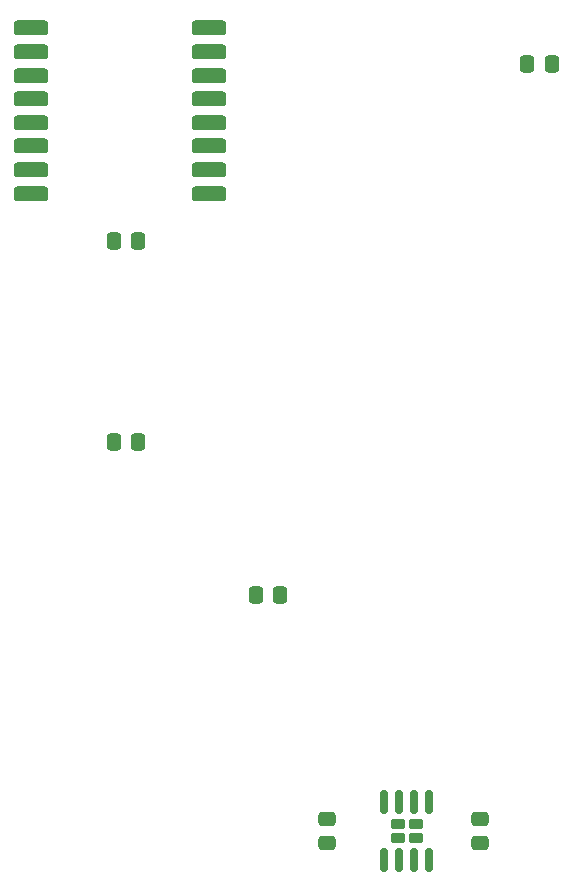
<source format=gtp>
%TF.GenerationSoftware,KiCad,Pcbnew,9.0.6*%
%TF.CreationDate,2025-12-09T13:44:12+01:00*%
%TF.ProjectId,PCB Schematic Eclipse 1,50434220-5363-4686-956d-617469632045,rev?*%
%TF.SameCoordinates,Original*%
%TF.FileFunction,Paste,Top*%
%TF.FilePolarity,Positive*%
%FSLAX46Y46*%
G04 Gerber Fmt 4.6, Leading zero omitted, Abs format (unit mm)*
G04 Created by KiCad (PCBNEW 9.0.6) date 2025-12-09 13:44:12*
%MOMM*%
%LPD*%
G01*
G04 APERTURE LIST*
G04 Aperture macros list*
%AMRoundRect*
0 Rectangle with rounded corners*
0 $1 Rounding radius*
0 $2 $3 $4 $5 $6 $7 $8 $9 X,Y pos of 4 corners*
0 Add a 4 corners polygon primitive as box body*
4,1,4,$2,$3,$4,$5,$6,$7,$8,$9,$2,$3,0*
0 Add four circle primitives for the rounded corners*
1,1,$1+$1,$2,$3*
1,1,$1+$1,$4,$5*
1,1,$1+$1,$6,$7*
1,1,$1+$1,$8,$9*
0 Add four rect primitives between the rounded corners*
20,1,$1+$1,$2,$3,$4,$5,0*
20,1,$1+$1,$4,$5,$6,$7,0*
20,1,$1+$1,$6,$7,$8,$9,0*
20,1,$1+$1,$8,$9,$2,$3,0*%
G04 Aperture macros list end*
%ADD10RoundRect,0.250000X0.475000X-0.337500X0.475000X0.337500X-0.475000X0.337500X-0.475000X-0.337500X0*%
%ADD11RoundRect,0.250000X-0.337500X-0.475000X0.337500X-0.475000X0.337500X0.475000X-0.337500X0.475000X0*%
%ADD12RoundRect,0.230000X0.375000X-0.230000X0.375000X0.230000X-0.375000X0.230000X-0.375000X-0.230000X0*%
%ADD13RoundRect,0.150000X0.150000X-0.825000X0.150000X0.825000X-0.150000X0.825000X-0.150000X-0.825000X0*%
%ADD14RoundRect,0.317500X-1.157500X-0.317500X1.157500X-0.317500X1.157500X0.317500X-1.157500X0.317500X0*%
G04 APERTURE END LIST*
D10*
%TO.C,C1*%
X143000000Y-140000000D03*
X143000000Y-137925000D03*
%TD*%
D11*
%TO.C,C6*%
X159962500Y-74000000D03*
X162037500Y-74000000D03*
%TD*%
%TO.C,C3*%
X124962500Y-106000000D03*
X127037500Y-106000000D03*
%TD*%
%TO.C,C2*%
X136962500Y-119000000D03*
X139037500Y-119000000D03*
%TD*%
D10*
%TO.C,C4*%
X156000000Y-140000000D03*
X156000000Y-137925000D03*
%TD*%
D12*
%TO.C,U4*%
X149000000Y-139532500D03*
X150500000Y-139532500D03*
X149000000Y-138392500D03*
X150500000Y-138392500D03*
D13*
X147845000Y-141437500D03*
X149115000Y-141437500D03*
X150385000Y-141437500D03*
X151655000Y-141437500D03*
X151655000Y-136487500D03*
X150385000Y-136487500D03*
X149115000Y-136487500D03*
X147845000Y-136487500D03*
%TD*%
D11*
%TO.C,C5*%
X124962500Y-89000000D03*
X127037500Y-89000000D03*
%TD*%
D14*
%TO.C,U3*%
X117950000Y-71000000D03*
X117950000Y-73000000D03*
X117950000Y-75000000D03*
X117950000Y-77000000D03*
X117950000Y-79000000D03*
X117950000Y-81000000D03*
X117950000Y-83000000D03*
X117950000Y-85000000D03*
X133000000Y-85000000D03*
X133000000Y-83000000D03*
X133000000Y-81000000D03*
X133000000Y-79000000D03*
X133000000Y-77000000D03*
X133000000Y-75000000D03*
X133000000Y-73000000D03*
X133000000Y-71000000D03*
%TD*%
M02*

</source>
